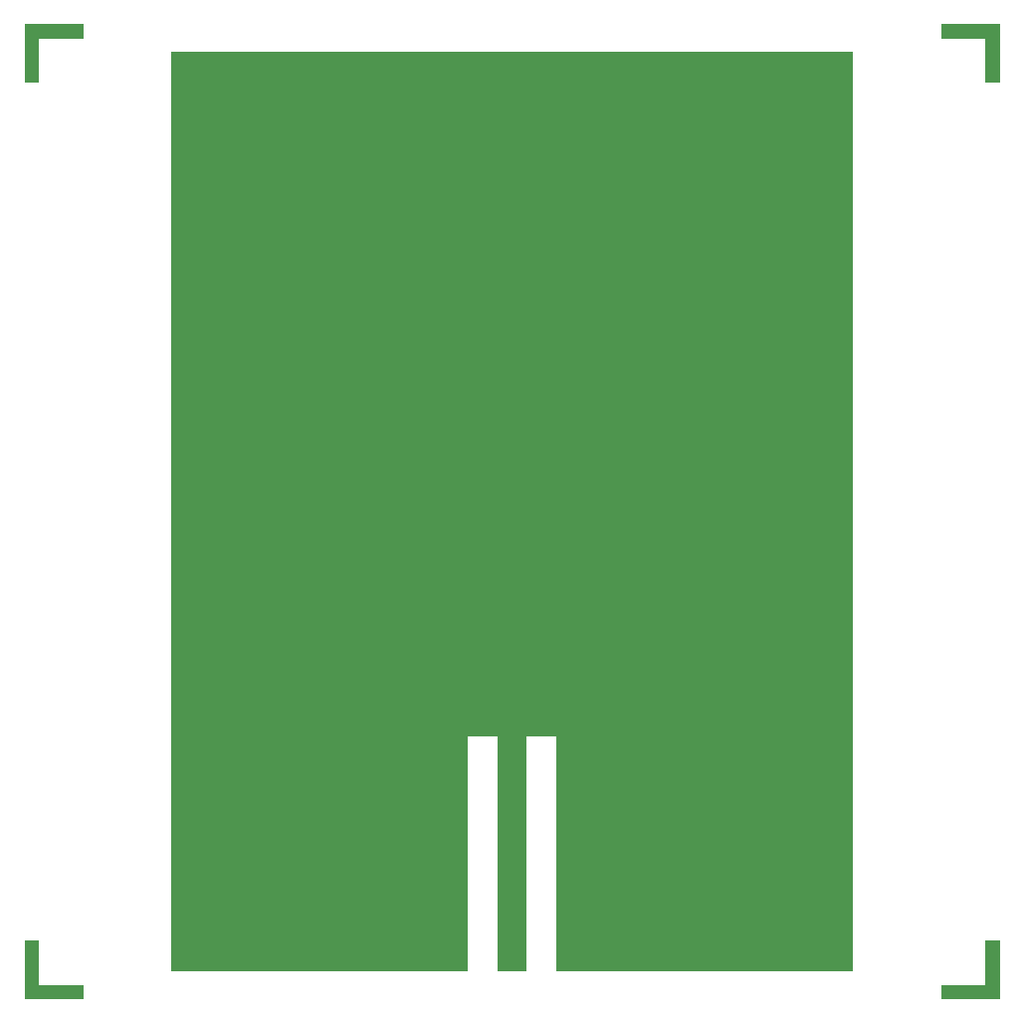
<source format=gbr>
G04 =======================================* 
G04 File Format: RS-274X * 
G04 Date:        August 24 2018 * 
G04 Time:        07:56:26 * 
G04 =======================================* 
G04 Format description *** 
G04 Code:          ASCII * 
G04 Unit:          Millimeter * 
G04 Coordinates:   Absolut * 
G04 Digits:        3.3-format * 
G04 Zeros skipped: Leading zeros omitted * 
G04 =======================================* 
%FSLAX33Y33*%
%MOMM*%
G90*
G71*
%LPD*%
G36*
G01X-3750Y-39125D02*
G01X-3750Y-19125D01*
G01X-1250Y-19125D01*
G01X-1250Y-39125D01*
G01X1250Y-39125D01*
G01X1250Y-19125D01*
G01X3750Y-19125D01*
G01X3750Y-39125D01*
G01X29000Y-39125D01*
G01X29000Y39125D01*
G01X-29000Y39125D01*
G01X-29000Y-39125D01*
G37*
%LPD*%
G36*
G01X-1250Y-39125D02*
G01X1250Y-39125D01*
G01X1250Y-19125D01*
G01X-1250Y-19125D01*
G37*
%LPD*%
G36*
G01X-36500Y-40250D02*
G01X-40250Y-40250D01*
G01X-40250Y-36500D01*
G01X-41500Y-36500D01*
G01X-41500Y-41500D01*
G01X-36500Y-41500D01*
G37*
%LPD*%
G36*
G01X40250Y-40250D02*
G01X36500Y-40250D01*
G01X36500Y-41500D01*
G01X41500Y-41500D01*
G01X41500Y-36500D01*
G01X40250Y-36500D01*
G37*
%LPD*%
G36*
G01X36500Y40250D02*
G01X40250Y40250D01*
G01X40250Y36500D01*
G01X41500Y36500D01*
G01X41500Y41500D01*
G01X36500Y41500D01*
G37*
%LPD*%
G36*
G01X-40250Y40250D02*
G01X-36500Y40250D01*
G01X-36500Y41500D01*
G01X-41500Y41500D01*
G01X-41500Y36500D01*
G01X-40250Y36500D01*
G37*
M02* 
G04 End Of Gerber File* 

</source>
